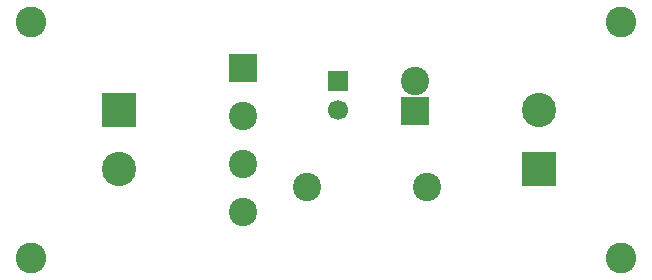
<source format=gbr>
G04 #@! TF.FileFunction,Soldermask,Top*
%FSLAX46Y46*%
G04 Gerber Fmt 4.6, Leading zero omitted, Abs format (unit mm)*
G04 Created by KiCad (PCBNEW 4.0.1-stable) date 26/09/2016 11:32:38 a. m.*
%MOMM*%
G01*
G04 APERTURE LIST*
%ADD10C,0.100000*%
%ADD11C,2.600000*%
%ADD12C,1.700000*%
%ADD13R,1.700000X1.700000*%
%ADD14R,2.398980X2.398980*%
%ADD15C,2.398980*%
%ADD16R,2.400000X2.400000*%
%ADD17C,2.400000*%
%ADD18R,2.900000X2.900000*%
%ADD19C,2.900000*%
G04 APERTURE END LIST*
D10*
D11*
X170000000Y-95000000D03*
X170000000Y-115000000D03*
X120000000Y-115000000D03*
D12*
X146000000Y-102500000D03*
D13*
X146000000Y-100000000D03*
D14*
X138000000Y-98904000D03*
D15*
X138000000Y-102968000D03*
X138000000Y-107032000D03*
X138000000Y-111096000D03*
D16*
X152500000Y-102540000D03*
D17*
X152500000Y-100000000D03*
D18*
X127500000Y-102500000D03*
D19*
X127500000Y-107500000D03*
D18*
X163000000Y-107500000D03*
D19*
X163000000Y-102500000D03*
D15*
X153500000Y-109000000D03*
X143340000Y-109000000D03*
D11*
X120000000Y-95000000D03*
M02*

</source>
